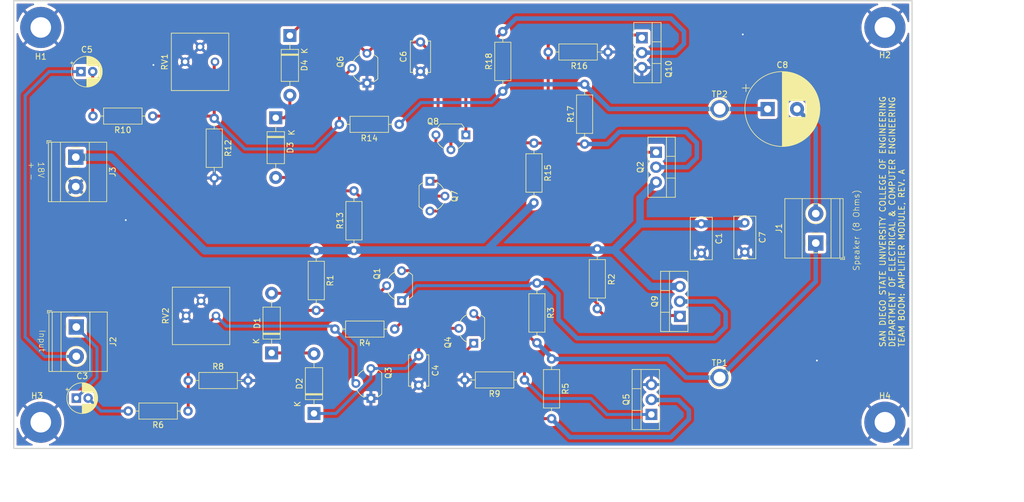
<source format=kicad_pcb>
(kicad_pcb (version 20240108) (generator "pcbnew") (generator_version "8.0")
  (title_block (title "Amplifier PCB") (date "2024-09-08") (rev "A") (company "Team BOOM"))
  (layers (0 "F.Cu" signal) (31 "B.Cu" signal) (34 "B.Paste" user) (35 "F.Paste" user) (36 "B.SilkS" user "B.Silkscreen") (37 "F.SilkS" user "F.Silkscreen") (38 "B.Mask" user) (39 "F.Mask" user) (44 "Edge.Cuts" user))
  (net 0 "")
  (net 1 "Net-(C8-Pad1)")
  (net 2 "Net-(Q10-C)")
  (net 3 "Net-(Q2-C)")
  (net 4 "GND")
  (net 5 "Net-(Q10-B)")
  (net 6 "Net-(D3-K)")
  (net 7 "/18V")
  (net 8 "Net-(D3-A)")
  (net 9 "Net-(C5-Pad2)")
  (net 10 "Net-(Q4-C)")
  (net 11 "Net-(D1-K)")
  (net 12 "Net-(C3-Pad2)")
  (net 13 "Net-(Q4-E)")
  (net 14 "Net-(D1-A)")
  (net 15 "Net-(Q1-C)")
  (net 16 "Net-(Q1-E)")
  (net 17 "Net-(Q2-B)")
  (net 18 "Net-(D4-K)")
  (net 19 "Net-(D2-K)")
  (net 20 "Net-(J2-Pin_2)")
  (net 21 "Net-(J2-Pin_1)")
  (net 22 "Net-(J1-Pin_2)")
  (net 23 "Net-(J1-Pin_1)")
  (net 24 "Net-(Q3-B)")
  (net 25 "Net-(Q6-B)")
  (footprint "Resistor_THT:R_Axial_DIN0207_L6.3mm_D2.5mm_P10.16mm_Horizontal" (layer "F.Cu") (at 68.12 127.265)
    (property "Reference" "R8" (at 5.08 -2.37 0) (layer "F.SilkS"))
    (property "Value" "1.3k")
    (pad "1" thru_hole circle (at 0 0) (size 1.6 1.6) (drill 0.8) (layers "*.Cu" "*.Mask") (net 24 "Net-(Q3-B)"))
    (pad "2" thru_hole oval (at 10.16 0) (size 1.6 1.6) (drill 0.8) (layers "*.Cu" "*.Mask") (net 4 "GND"))
  )
  (footprint "Resistor_THT:R_Axial_DIN0207_L6.3mm_D2.5mm_P10.16mm_Horizontal" (layer "F.Cu") (at 103.98 83.665 180)
    (property "Reference" "R14" (at 5.08 -2.37 180) (layer "F.SilkS"))
    (property "Value" "12k")
    (pad "1" thru_hole circle (at 0 0 180) (size 1.6 1.6) (drill 0.8) (layers "*.Cu" "*.Mask") (net 1 "Net-(C8-Pad1)"))
    (pad "2" thru_hole oval (at 10.16 0 180) (size 1.6 1.6) (drill 0.8) (layers "*.Cu" "*.Mask") (net 25 "Net-(Q6-B)"))
  )
  (footprint "TestPoint:TestPoint_Plated_Hole_D2.0mm" (layer "F.Cu") (at 158.4658 126.7648)
    (property "Reference" "TP1" (at 0 -2.498 0) (layer "F.SilkS"))
    (property "Value" "TestPoint")
    (pad "1" thru_hole circle (at 0 0) (size 3 3) (drill 2) (layers "*.Cu" "*.Mask") (net 23 "Net-(J1-Pin_1)"))
  )
  (footprint "Resistor_THT:R_Axial_DIN0207_L6.3mm_D2.5mm_P10.16mm_Horizontal" (layer "F.Cu") (at 72.5424 82.6516 -90)
    (property "Reference" "R12" (at 5.08 -2.37 -90) (layer "F.SilkS"))
    (property "Value" "1.3k")
    (pad "1" thru_hole circle (at 0 0 270) (size 1.6 1.6) (drill 0.8) (layers "*.Cu" "*.Mask") (net 25 "Net-(Q6-B)"))
    (pad "2" thru_hole oval (at 10.16 0 270) (size 1.6 1.6) (drill 0.8) (layers "*.Cu" "*.Mask") (net 4 "GND"))
  )
  (footprint "Capacitor_THT:C_Rect_L7.0mm_W3.5mm_P5.00mm" (layer "F.Cu") (at 155.3464 100.598001 -90)
    (property "Reference" "C1" (at 2.5 -3 -90) (layer "F.SilkS"))
    (property "Value" "0.22Uf")
    (pad "1" thru_hole circle (at 0 0 270) (size 1.6 1.6) (drill 0.8) (layers "*.Cu" "*.Mask") (net 7 "/18V"))
    (pad "2" thru_hole circle (at 5 0 270) (size 1.6 1.6) (drill 0.8) (layers "*.Cu" "*.Mask") (net 4 "GND"))
  )
  (footprint "MountingHole:MountingHole_3.5mm_Pad" (layer "F.Cu") (at 43.053 67.183)
    (property "Reference" "H1" (at 0 4.953 0) (layer "F.SilkS"))
    (property "Value" "MountingHole_Pad")
    (pad "1" thru_hole circle (at 0 0) (size 7 7) (drill 3.5) (layers "*.Cu" "*.Mask") (net 4 "GND"))
  )
  (footprint "MountingHole:MountingHole_3.5mm_Pad" (layer "F.Cu") (at 43.053 134.366)
    (property "Reference" "H3" (at -0.635 -4.5 0) (layer "F.SilkS"))
    (property "Value" "MountingHole_Pad")
    (pad "1" thru_hole circle (at 0 0) (size 7 7) (drill 3.5) (layers "*.Cu" "*.Mask") (net 4 "GND"))
  )
  (footprint "Resistor_THT:R_Axial_DIN0207_L6.3mm_D2.5mm_P10.16mm_Horizontal" (layer "F.Cu") (at 126.9 86.865 -90)
    (property "Reference" "R15" (at 5.08 -2.37 -90) (layer "F.SilkS"))
    (property "Value" "10k")
    (pad "1" thru_hole circle (at 0 0 270) (size 1.6 1.6) (drill 0.8) (layers "*.Cu" "*.Mask") (net 17 "Net-(Q2-B)"))
    (pad "2" thru_hole oval (at 10.16 0 270) (size 1.6 1.6) (drill 0.8) (layers "*.Cu" "*.Mask") (net 7 "/18V"))
  )
  (footprint "TerminalBlock_Phoenix:TerminalBlock_Phoenix_MKDS-1,5-2_1x02_P5.00mm_Horizontal" (layer "F.Cu") (at 49 89.265 -90)
    (property "Reference" "J3" (at 2.5 -6.26 90) (layer "F.SilkS"))
    (property "Value" "Power Input")
    (pad "1" thru_hole rect (at 0 0 270) (size 2.6 2.6) (drill 1.3) (layers "*.Cu" "*.Mask") (net 7 "/18V"))
    (pad "2" thru_hole circle (at 5 0 270) (size 2.6 2.6) (drill 1.3) (layers "*.Cu" "*.Mask") (net 4 "GND"))
  )
  (footprint "MountingHole:MountingHole_3.5mm_Pad" (layer "F.Cu") (at 186.563 134.366)
    (property "Reference" "H4" (at 0 -4.5 0) (layer "F.SilkS"))
    (property "Value" "MountingHole_Pad")
    (pad "1" thru_hole circle (at 0 0) (size 7 7) (drill 3.5) (layers "*.Cu" "*.Mask") (net 4 "GND"))
  )
  (footprint "MountingHole:MountingHole_3.5mm_Pad" (layer "F.Cu") (at 186.563 67.183)
    (property "Reference" "H2" (at 0 4.699 0) (layer "F.SilkS"))
    (property "Value" "MountingHole_Pad")
    (pad "1" thru_hole circle (at 0 0) (size 7 7) (drill 3.5) (layers "*.Cu" "*.Mask") (net 4 "GND"))
  )
  (footprint "Resistor_THT:R_Axial_DIN0207_L6.3mm_D2.5mm_P10.16mm_Horizontal" (layer "F.Cu") (at 127.4 110.685 -90)
    (property "Reference" "R3" (at 5.08 -2.37 -90) (layer "F.SilkS"))
    (property "Value" "0.22")
    (pad "1" thru_hole circle (at 0 0 270) (size 1.6 1.6) (drill 0.8) (layers "*.Cu" "*.Mask") (net 16 "Net-(Q1-E)"))
    (pad "2" thru_hole oval (at 10.16 0 270) (size 1.6 1.6) (drill 0.8) (layers "*.Cu" "*.Mask") (net 23 "Net-(J1-Pin_1)"))
  )
  (footprint "Capacitor_THT:CP_Radial_D5.0mm_P2.00mm" (layer "F.Cu") (at 49.1 130.265)
    (property "Reference" "C3" (at 1 -3.75 0) (layer "F.SilkS"))
    (property "Value" "1Uf")
    (pad "1" thru_hole rect (at 0 0) (size 1.6 1.6) (drill 0.8) (layers "*.Cu" "*.Mask") (net 21 "Net-(J2-Pin_1)"))
    (pad "2" thru_hole circle (at 2 0) (size 1.6 1.6) (drill 0.8) (layers "*.Cu" "*.Mask") (net 12 "Net-(C3-Pad2)"))
  )
  (footprint "Package_TO_SOT_THT:TO-220-3_Vertical" (layer "F.Cu") (at 151.7 116.345 90)
    (property "Reference" "Q9" (at 2.54 -4.27 90) (layer "F.SilkS"))
    (property "Value" "QD45H8G")
    (pad "1" thru_hole rect (at 0 0 90) (size 1.905 2) (drill 1.1) (layers "*.Cu" "*.Mask") (net 15 "Net-(Q1-C)"))
    (pad "2" thru_hole oval (at 2.54 0 90) (size 1.905 2) (drill 1.1) (layers "*.Cu" "*.Mask") (net 16 "Net-(Q1-E)"))
    (pad "3" thru_hole oval (at 5.08 0 90) (size 1.905 2) (drill 1.1) (layers "*.Cu" "*.Mask") (net 7 "/18V"))
  )
  (footprint "Resistor_THT:R_Axial_DIN0207_L6.3mm_D2.5mm_P10.16mm_Horizontal" (layer "F.Cu") (at 137.668 115.0366 90)
    (property "Reference" "R2" (at 4.9716 2.432 90) (layer "F.SilkS"))
    (property "Value" "10k")
    (pad "1" thru_hole circle (at 0 0 90) (size 1.6 1.6) (drill 0.8) (layers "*.Cu" "*.Mask") (net 15 "Net-(Q1-C)"))
    (pad "2" thru_hole oval (at 10.16 0 90) (size 1.6 1.6) (drill 0.8) (layers "*.Cu" "*.Mask") (net 7 "/18V"))
  )
  (footprint "Capacitor_THT:CP_Radial_D5.0mm_P2.00mm" (layer "F.Cu") (at 49.8808 74.6948)
    (property "Reference" "C5" (at 1 -3.75 0) (layer "F.SilkS"))
    (property "Value" "1Uf")
    (pad "1" thru_hole rect (at 0 0) (size 1.6 1.6) (drill 0.8) (layers "*.Cu" "*.Mask") (net 20 "Net-(J2-Pin_2)"))
    (pad "2" thru_hole circle (at 2 0) (size 1.6 1.6) (drill 0.8) (layers "*.Cu" "*.Mask") (net 9 "Net-(C5-Pad2)"))
  )
  (footprint "Package_TO_SOT_THT:TO-92_Wide" (layer "F.Cu") (at 98.5 76.665 90)
    (property "Reference" "Q6" (at 3.64 -4.52 90) (layer "F.SilkS"))
    (property "Value" "2N3904")
    (pad "1" thru_hole rect (at 0 0 90) (size 1.5 1.5) (drill 0.8) (layers "*.Cu" "*.Mask") (net 4 "GND"))
    (pad "2" thru_hole circle (at 2.54 -2.54 90) (size 1.5 1.5) (drill 0.8) (layers "*.Cu" "*.Mask") (net 25 "Net-(Q6-B)"))
    (pad "3" thru_hole circle (at 5.08 0 90) (size 1.5 1.5) (drill 0.8) (layers "*.Cu" "*.Mask") (net 18 "Net-(D4-K)"))
  )
  (footprint "Diode_THT:D_DO-41_SOD81_P10.16mm_Horizontal" (layer "F.Cu") (at 83 82.555 -90)
    (property "Reference" "D3" (at 5.08 -2.47 -90) (layer "F.SilkS"))
    (property "Value" "1N4148")
    (fp_text user "K" (at 2.51 -2.7 -90) (layer "F.SilkS"))
    (pad "1" thru_hole rect (at 0 0 270) (size 2.2 2.2) (drill 1.1) (layers "*.Cu" "*.Mask") (net 6 "Net-(D3-K)"))
    (pad "2" thru_hole oval (at 10.16 0 270) (size 2.2 2.2) (drill 1.1) (layers "*.Cu" "*.Mask") (net 8 "Net-(D3-A)"))
  )
  (footprint "Capacitor_THT:C_Disc_D5.1mm_W3.2mm_P5.00mm" (layer "F.Cu") (at 107.6 69.665 -90)
    (property "Reference" "C6" (at 2.5 2.9 -90) (layer "F.SilkS"))
    (property "Value" "1nF")
    (pad "1" thru_hole circle (at 0 0 270) (size 1.6 1.6) (drill 0.8) (layers "*.Cu" "*.Mask") (net 18 "Net-(D4-K)"))
    (pad "2" thru_hole circle (at 5 0 270) (size 1.6 1.6) (drill 0.8) (layers "*.Cu" "*.Mask") (net 4 "GND"))
  )
  (footprint "Resistor_THT:R_Axial_DIN0207_L6.3mm_D2.5mm_P10.16mm_Horizontal" (layer "F.Cu") (at 62.08 82.265 180)
    (property "Reference" "R10" (at 5.08 -2.37 180) (layer "F.SilkS"))
    (property "Value" "4.7k")
    (pad "1" thru_hole circle (at 0 0 180) (size 1.6 1.6) (drill 0.8) (layers "*.Cu" "*.Mask") (net 25 "Net-(Q6-B)"))
    (pad "2" thru_hole oval (at 10.16 0 180) (size 1.6 1.6) (drill 0.8) (layers "*.Cu" "*.Mask") (net 9 "Net-(C5-Pad2)"))
  )
  (footprint "Package_TO_SOT_THT:TO-220-3_Vertical" (layer "F.Cu") (at 146.8628 133.0452 90)
    (property "Reference" "Q5" (at 2.54 -4.27 90) (layer "F.SilkS"))
    (property "Value" "QD44H8G")
    (pad "1" thru_hole rect (at 0 0 90) (size 1.905 2) (drill 1.1) (layers "*.Cu" "*.Mask") (net 10 "Net-(Q4-C)"))
    (pad "2" thru_hole oval (at 2.54 0 90) (size 1.905 2) (drill 1.1) (layers "*.Cu" "*.Mask") (net 13 "Net-(Q4-E)"))
    (pad "3" thru_hole oval (at 5.08 0 90) (size 1.905 2) (drill 1.1) (layers "*.Cu" "*.Mask") (net 4 "GND"))
  )
  (footprint "Capacitor_THT:C_Disc_D5.1mm_W3.2mm_P5.00mm" (layer "F.Cu") (at 107.3 123.065 -90)
    (property "Reference" "C4" (at 2.5 -2.85 -90) (layer "F.SilkS"))
    (property "Value" "1nF")
    (pad "1" thru_hole circle (at 0 0 270) (size 1.6 1.6) (drill 0.8) (layers "*.Cu" "*.Mask") (net 19 "Net-(D2-K)"))
    (pad "2" thru_hole circle (at 5 0 270) (size 1.6 1.6) (drill 0.8) (layers "*.Cu" "*.Mask") (net 4 "GND"))
  )
  (footprint "Resistor_THT:R_Axial_DIN0207_L6.3mm_D2.5mm_P10.16mm_Horizontal" (layer "F.Cu") (at 68.08 132.465 180)
    (property "Reference" "R6" (at 5.08 -2.37 180) (layer "F.SilkS"))
    (property "Value" "4.7k")
    (pad "1" thru_hole circle (at 0 0 180) (size 1.6 1.6) (drill 0.8) (layers "*.Cu" "*.Mask") (net 24 "Net-(Q3-B)"))
    (pad "2" thru_hole oval (at 10.16 0 180) (size 1.6 1.6) (drill 0.8) (layers "*.Cu" "*.Mask") (net 12 "Net-(C3-Pad2)"))
  )
  (footprint "Package_TO_SOT_THT:TO-220-3_Vertical" (layer "F.Cu") (at 145.2372 68.9356 -90)
    (property "Reference" "Q10" (at 5.3294 -4.5628 90) (layer "F.SilkS"))
    (property "Value" "QD44H8G")
    (pad "1" thru_hole rect (at 0 0 270) (size 1.905 2) (drill 1.1) (layers "*.Cu" "*.Mask") (net 5 "Net-(Q10-B)"))
    (pad "2" thru_hole oval (at 2.54 0 270) (size 1.905 2) (drill 1.1) (layers "*.Cu" "*.Mask") (net 2 "Net-(Q10-C)"))
    (pad "3" thru_hole oval (at 5.08 0 270) (size 1.905 2) (drill 1.1) (layers "*.Cu" "*.Mask") (net 4 "GND"))
  )
  (footprint "Potentiometer_THT:Potentiometer_Bourns_3386P_Vertical" (layer "F.Cu") (at 72.6694 73.025 90)
    (property "Reference" "RV1" (at -0.015 -8.555 90) (layer "F.SilkS"))
    (property "Value" "R_Potentiometer")
    (pad "1" thru_hole circle (at 0 0 90) (size 1.44 1.44) (drill 0.8) (layers "*.Cu" "*.Mask") (net 25 "Net-(Q6-B)"))
    (pad "2" thru_hole circle (at 2.54 -2.54 90) (size 1.44 1.44) (drill 0.8) (layers "*.Cu" "*.Mask") (net 4 "GND"))
    (pad "3" thru_hole circle (at 0 -5.08 90) (size 1.44 1.44) (drill 0.8) (layers "*.Cu" "*.Mask") (net 4 "GND"))
  )
  (footprint "Capacitor_THT:C_Rect_L7.0mm_W3.5mm_P5.00mm" (layer "F.Cu") (at 162.7456 100.418201 -90)
    (property "Reference" "C7" (at 2.5 -3 -90) (layer "F.SilkS"))
    (property "Value" "0.22Uf")
    (pad "1" thru_hole circle (at 0 0 270) (size 1.6 1.6) (drill 0.8) (layers "*.Cu" "*.Mask") (net 7 "/18V"))
    (pad "2" thru_hole circle (at 5 0 270) (size 1.6 1.6) (drill 0.8) (layers "*.Cu" "*.Mask") (net 4 "GND"))
  )
  (footprint "Resistor_THT:R_Axial_DIN0207_L6.3mm_D2.5mm_P10.16mm_Horizontal" (layer "F.Cu") (at 129.32 71.365)
    (property "Reference" "R16" (at 5.2746 2.3712 0) (layer "F.SilkS"))
    (property "Value" "10k")
    (pad "1" thru_hole circle (at 0 0) (size 1.6 1.6) (drill 0.8) (layers "*.Cu" "*.Mask") (net 5 "Net-(Q10-B)"))
    (pad "2" thru_hole oval (at 10.16 0) (size 1.6 1.6) (drill 0.8) (layers "*.Cu" "*.Mask") (net 4 "GND"))
  )
  (footprint "Diode_THT:D_DO-41_SOD81_P10.16mm_Horizontal" (layer "F.Cu") (at 82.3 122.575 90)
    (property "Reference" "D1" (at 5.08 -2.47 90) (layer "F.SilkS"))
    (property "Value" "1N4148")
    (fp_text user "K" (at 2.01 -2.6 90) (layer "F.SilkS"))
    (pad "1" thru_hole rect (at 0 0 90) (size 2.2 2.2) (drill 1.1) (layers "*.Cu" "*.Mask") (net 11 "Net-(D1-K)"))
    (pad "2" thru_hole oval (at 10.16 0 90) (size 2.2 2.2) (drill 1.1) (layers "*.Cu" "*.Mask") (net 14 "Net-(D1-A)"))
  )
  (footprint "Resistor_THT:R_Axial_DIN0207_L6.3mm_D2.5mm_P10.16mm_Horizontal" (layer "F.Cu") (at 125.28 127.165 180)
    (property "Reference" "R9" (at 5.08 -2.37 180) (layer "F.SilkS"))
    (property "Value" "10k")
    (pad "1" thru_hole circle (at 0 0 180) (size 1.6 1.6) (drill 0.8) (layers "*.Cu" "*.Mask") (net 10 "Net-(Q4-C)"))
    (pad "2" thru_hole oval (at 10.16 0 180) (size 1.6 1.6) (drill 0.8) (layers "*.Cu" "*.Mask") (net 4 "GND"))
  )
  (footprint "TerminalBlock_Phoenix:TerminalBlock_Phoenix_MKDS-1,5-2_1x02_P5.00mm_Horizontal" (layer "F.Cu") (at 174.805 103.865 90)
    (property "Reference" "J1" (at 2.5 -6.26 90) (layer "F.SilkS"))
    (property "Value" "Speaker")
    (pad "1" thru_hole rect (at 0 0 90) (size 2.6 2.6) (drill 1.3) (layers "*.Cu" "*.Mask") (net 23 "Net-(J1-Pin_1)"))
    (pad "2" thru_hole circle (at 5 0 90) (size 2.6 2.6) (drill 1.3) (layers "*.Cu" "*.Mask") (net 22 "Net-(J1-Pin_2)"))
  )
  (footprint "Package_TO_SOT_THT:TO-92_Wide" (layer "F.Cu") (at 115.316 85.463 180)
    (property "Reference" "Q8" (at 5.588 2.278 0) (layer "F.SilkS"))
    (property "Value" "2N3906")
    (pad "1" thru_hole rect (at 0 0 180) (size 1.5 1.5) (drill 0.8) (layers "*.Cu" "*.Mask") (net 2 "Net-(Q10-C)"))
    (pad "2" thru_hole circle (at 2.54 -2.54 180) (size 1.5 1.5) (drill 0.8) (layers "*.Cu" "*.Mask") (net 18 "Net-(D4-K)"))
    (pad "3" thru_hole circle (at 5.08 0 180) (size 1.5 1.5) (drill 0.8) (layers "*.Cu" "*.Mask") (net 5 "Net-(Q10-B)"))
  )
  (footprint "Resistor_THT:R_Axial_DIN0207_L6.3mm_D2.5mm_P10.16mm_Horizontal" (layer "F.Cu") (at 121.6 78.045 90)
    (property "Reference" "R18" (at 5.08 -2.37 90) (layer "F.SilkS"))
    (property "Value" "0.22")
    (pad "1" thru_hole circle (at 0 0 90) (size 1.6 1.6) (drill 0.8) (layers "*.Cu" "*.Mask") (net 1 "Net-(C8-Pad1)"))
    (pad "2" thru_hole oval (at 10.16 0 90) (size 1.6 1.6) (drill 0.8) (layers "*.Cu" "*.Mask") (net 2 "Net-(Q10-C)"))
  )
  (footprint "Potentiometer_THT:Potentiometer_Bourns_3386P_Vertical" (layer "F.Cu") (at 72.84 116.25 90)
    (property "Reference" "RV2" (at -0.015 -8.555 90) (layer "F.SilkS"))
    (property "Value" "R_Potentiometer")
    (pad "1" thru_hole circle (at 0 0 90) (size 1.44 1.44) (drill 0.8) (layers "*.Cu" "*.Mask") (net 24 "Net-(Q3-B)"))
    (pad "2" thru_hole circle (at 2.54 -2.54 90) (size 1.44 1.44) (drill 0.8) (layers "*.Cu" "*.Mask") (net 4 "GND"))
    (pad "3" thru_hole circle (at 0 -5.08 90) (size 1.44 1.44) (drill 0.8) (layers "*.Cu" "*.Mask") (net 4 "GND"))
  )
  (footprint "Package_TO_SOT_THT:TO-92_Wide" (layer "F.Cu") (at 104.402 113.665 90)
    (property "Reference" "Q1" (at 4.572 -4.19 90) (layer "F.SilkS"))
    (property "Value" "2N3904")
    (pad "1" thru_hole rect (at 0 0 90) (size 1.5 1.5) (drill 0.8) (layers "*.Cu" "*.Mask") (net 16 "Net-(Q1-E)"))
    (pad "2" thru_hole circle (at 2.54 -2.54 90) (size 1.5 1.5) (drill 0.8) (layers "*.Cu" "*.Mask") (net 14 "Net-(D1-A)"))
    (pad "3" thru_hole circle (at 5.08 0 90) (size 1.5 1.5) (drill 0.8) (layers "*.Cu" "*.Mask") (net 15 "Net-(Q1-C)"))
  )
  (footprint "Resistor_THT:R_Axial_DIN0207_L6.3mm_D2.5mm_P10.16mm_Horizontal" (layer "F.Cu") (at 135.509 87.0204 90)
    (property "Reference" "R17" (at 5.08 -2.37 90) (layer "F.SilkS"))
    (property "Value" "0.22")
    (pad "1" thru_hole circle (at 0 0 90) (size 1.6 1.6) (drill 0.8) (layers "*.Cu" "*.Mask") (net 3 "Net-(Q2-C)"))
    (pad "2" thru_hole oval (at 10.16 0 90) (size 1.6 1.6) (drill 0.8) (layers "*.Cu" "*.Mask") (net 1 "Net-(C8-Pad1)"))
  )
  (footprint "TestPoint:TestPoint_Plated_Hole_D2.0mm" (layer "F.Cu") (at 158.4658 81.0448)
    (property "Reference" "TP2" (at 0 -2.498 0) (layer "F.SilkS"))
    (property "Value" "TestPoint")
    (pad "1" thru_hole circle (at 0 0) (size 3 3) (drill 2) (layers "*.Cu" "*.Mask") (net 1 "Net-(C8-Pad1)"))
  )
  (footprint "Resistor_THT:R_Axial_DIN0207_L6.3mm_D2.5mm_P10.16mm_Horizontal" (layer "F.Cu") (at 89.8858 105.1748 -90)
    (property "Reference" "R1" (at 5.08 -2.37 -90) (layer "F.SilkS"))
    (property "Value" "4.7k")
    (pad "1" thru_hole circle (at 0 0 270) (size 1.6 1.6) (drill 0.8) (layers "*.Cu" "*.Mask") (net 7 "/18V"))
    (pad "2" thru_hole oval (at 10.16 0 270) (size 1.6 1.6) (drill 0.8) (layers "*.Cu" "*.Mask") (net 14 "Net-(D1-A)"))
  )
  (footprint "Package_TO_SOT_THT:TO-92_Wide" (layer "F.Cu") (at 109.22 93.345 -90)
    (property "Reference" "Q7" (at 2.55 -4.19 -90) (layer "F.SilkS"))
    (property "Value" "2N3904")
    (pad "1" thru_hole rect (at 0 0 270) (size 1.5 1.5) (drill 0.8) (layers "*.Cu" "*.Mask") (net 3 "Net-(Q2-C)"))
    (pad "2" thru_hole circle (at 2.54 -2.54 270) (size 1.5 1.5) (drill 0.8) (layers "*.Cu" "*.Mask") (net 8 "Net-(D3-A)"))
    (pad "3" thru_hole circle (at 5.08 0 270) (size 1.5 1.5) (drill 0.8) (layers "*.Cu" "*.Mask") (net 17 "Net-(Q2-B)"))
  )
  (footprint "TerminalBlock_Phoenix:TerminalBlock_Phoenix_MKDS-1,5-2_1x02_P5.00mm_Horizontal" (layer "F.Cu") (at 49.095 118.165 -90)
    (property "Reference" "J2" (at 2.5 -6.26 90) (layer "F.SilkS"))
    (property "Value" "Input Terminals")
    (pad "1" thru_hole rect (at 0 0 270) (size 2.6 2.6) (drill 1.3) (layers "*.Cu" "*.Mask") (net 21 "Net-(J2-Pin_1)"))
    (pad "2" thru_hole circle (at 5 0 270) (size 2.6 2.6) (drill 1.3) (layers "*.Cu" "*.Mask") (net 20 "Net-(J2-Pin_2)"))
  )
  (footprint "Diode_THT:D_DO-41_SOD81_P10.16mm_Horizontal" (layer "F.Cu") (at 85.4 68.555 -90)
    (property "Reference" "D4" (at 5.08 -2.47 -90) (layer "F.SilkS"))
    (property "Value" "1N4148")
    (fp_text user "K" (at 2.61 -2.5 -90) (layer "F.SilkS"))
    (pad "1" thru_hole rect (at 0 0 270) (size 2.2 2.2) (drill 1.1) (layers "*.Cu" "*.Mask") (net 18 "Net-(D4-K)"))
    (pad "2" thru_hole oval (at 10.16 0 270) (size 2.2 2.2) (drill 1.1) (layers "*.Cu" "*.Mask") (net 6 "Net-(D3-K)"))
  )
  (footprint "Package_TO_SOT_THT:TO-92_Wide" (layer "F.Cu") (at 99.17 130.305 90)
    (property "Reference" "Q3" (at 4.332 2.988 90) (layer "F.SilkS"))
    (property "Value" "2N3904")
    (pad "1" thru_hole rect (at 0 0 90) (size 1.5 1.5) (drill 0.8) (layers "*.Cu" "*.Mask") (net 4 "GND"))
    (pad "2" thru_hole circle (at 2.54 -2.54 90) (size 1.5 1.5) (drill 0.8) (layers "*.Cu" "*.Mask") (net 24 "Net-(Q3-B)"))
    (pad "3" thru_hole circle (at 5.08 0 90) (size 1.5 1.5) (drill 0.8) (layers "*.Cu" "*.Mask") (net 19 "Net-(D2-K)"))
  )
  (footprint "Capacitor_THT:CP_Radial_D12.5mm_P5.00mm" (layer "F.Cu") (at 166.626041 81.065)
    (property "Reference" "C8" (at 2.5 -7.5 0) (layer "F.SilkS"))
    (property "Value" "1000uF")
    (pad "1" thru_hole rect (at 0 0) (size 2.4 2.4) (drill 1.2) (layers "*.Cu" "*.Mask") (net 1 "Net-(C8-Pad1)"))
    (pad "2" thru_hole circle (at 5 0) (size 2.4 2.4) (drill 1.2) (layers "*.Cu" "*.Mask") (net 22 "Net-(J1-Pin_2)"))
  )
  (footprint "Package_TO_SOT_THT:TO-92_Wide" (layer "F.Cu") (at 116.66 120.935 90)
    (property "Reference" "Q4" (at 0.158 -4.392 90) (layer "F.SilkS"))
    (property "Value" "2N3906")
    (pad "1" thru_hole rect (at 0 0 90) (size 1.5 1.5) (drill 0.8) (layers "*.Cu" "*.Mask") (net 13 "Net-(Q4-E)"))
    (pad "2" thru_hole circle (at 2.54 -2.54 90) (size 1.5 1.5) (drill 0.8) (layers "*.Cu" "*.Mask") (net 19 "Net-(D2-K)"))
    (pad "3" thru_hole circle (at 5.08 0 90) (size 1.5 1.5) (drill 0.8) (layers "*.Cu" "*.Mask") (net 10 "Net-(Q4-C)"))
  )
  (footprint "Resistor_THT:R_Axial_DIN0207_L6.3mm_D2.5mm_P10.16mm_Horizontal" (layer "F.Cu") (at 96.2914 105.156 90)
    (property "Reference" "R13" (at 5.08 -2.37 90) (layer "F.SilkS"))
    (property "Value" "4.7k")
    (pad "1" thru_hole circle (at 0 0 90) (size 1.6 1.6) (drill 0.8) (layers "*.Cu" "*.Mask") (net 7 "/18V"))
    (pad "2" thru_hole oval (at 10.16 0 90) (size 1.6 1.6) (drill 0.8) (layers "*.Cu" "*.Mask") (net 8 "Net-(D3-A)"))
  )
  (footprint "Resistor_THT:R_Axial_DIN0207_L6.3mm_D2.5mm_P10.16mm_Horizontal" (layer "F.Cu") (at 129.8908 123.5898 -90)
    (property "Reference" "R5" (at 5.08 -2.37 -90) (layer "F.SilkS"))
    (property "Value" "0.22")
    (pad "1" thru_hole circle (at 0 0 270) (size 1.6 1.6) (drill 0.8) (layers "*.Cu" "*.Mask") (net 23 "Net-(J1-Pin_1)"))
    (pad "2" thru_hole oval (at 10.16 0 270) (size 1.6 1.6) (drill 0.8) (layers "*.Cu" "*.Mask") (net 13 "Net-(Q4-E)"))
  )
  (footprint "Resistor_THT:R_Axial_DIN0207_L6.3mm_D2.5mm_P10.16mm_Horizontal" (layer "F.Cu") (at 103.2208 118.5098 180)
    (property "Reference" "R4" (at 5.08 -2.37 180) (layer "F.SilkS"))
    (property "Value" "12k")
    (pad "1" thru_hole circle (at 0 0 180) (size 1.6 1.6) (drill 0.8) (layers "*.Cu" "*.Mask") (net 23 "Net-(J1-Pin_1)"))
    (pad "2" thru_hole oval (at 10.16 0 180) (size 1.6 1.6) (drill 0.8) (layers "*.Cu" "*.Mask") (net 24 "Net-(Q3-B)"))
  )
  (footprint "Diode_THT:D_DO-41_SOD81_P10.16mm_Horizontal" (layer "F.Cu") (at 89.5 132.875 90)
    (property "Reference" "D2" (at 5.08 -2.47 90) (layer "F.SilkS"))
    (property "Value" "1N4148")
    (fp_text user "K" (at 1.61 -2.8 90) (layer "F.SilkS"))
    (pad "1" thru_hole rect (at 0 0 90) (size 2.2 2.2) (drill 1.1) (layers "*.Cu" "*.Mask") (net 19 "Net-(D2-K)"))
    (pad "2" thru_hole oval (at 10.16 0 90) (size 2.2 2.2) (drill 1.1) (layers "*.Cu" "*.Mask") (net 11 "Net-(D1-K)"))
  )
  (footprint "Package_TO_SOT_THT:TO-220-3_Vertical" (layer "F.Cu") (at 147.655 88.425 -90)
    (property "Reference" "Q2" (at 2.54 2.655 90) (layer "F.SilkS"))
    (property "Value" "QD45H8G")
    (pad "1" thru_hole rect (at 0 0 270) (size 1.905 2) (drill 1.1) (layers "*.Cu" "*.Mask") (net 17 "Net-(Q2-B)"))
    (pad "2" thru_hole oval (at 2.54 0 270) (size 1.905 2) (drill 1.1) (layers "*.Cu" "*.Mask") (net 3 "Net-(Q2-C)"))
    (pad "3" thru_hole oval (at 5.08 0 270) (size 1.905 2) (drill 1.1) (layers "*.Cu" "*.Mask") (net 7 "/18V"))
  )
  (gr_rect (start 38.4508 62.6298) (end 191.1808 138.8298) (stroke (width 0.2)) (fill none) (layer "Edge.Cuts"))
  (gr_text "SAN DIEGO STATE UNIVERSITY COLLEGE OF ENGINEERING\nDEPARTMENT OF ELECTRICAL & COMPUTER ENGINEERING\nTEAM BOOM: AMPLIFIER MODULE, REV. A" (at 189.992 121.666 90) (layer "F.SilkS") (effects (font (size 1 1)) (justify left bottom)))
  (gr_text "18V\n+ -" (at 40.9 89.965 270) (layer "F.SilkS") (effects (font (size 1 1) (thickness 0.1)) (justify left bottom)))
  (gr_text "Speaker (8 Ohms)" (at 182.3 108.665 90) (layer "F.SilkS") (effects (font (size 1 1) (thickness 0.1)) (justify left bottom)))
  (gr_text "Input" (at 42.7 118.565 -90) (layer "F.SilkS") (effects (font (size 1 1) (thickness 0.1)) (justify left bottom)))
  (segment (start 166.626041 81.065) (end 158.486 81.065) (width 0.762) (layer "B.Cu") (net 1))
  (segment (start 139.7 81.0514) (end 135.509 76.8604) (width 0.762) (layer "B.Cu") (net 1))
  (segment (start 119.68 79.965) (end 107.68 79.965) (width 0.508) (layer "B.Cu") (net 1))
  (segment (start 122.7846 76.8604) (end 121.6 78.045) (width 0.762) (layer "B.Cu") (net 1))
  (segment (start 158.4724 81.0514) (end 139.7 81.0514) (width 0.762) (layer "B.Cu") (net 1))
  (segment (start 121.6 78.045) (end 119.68 79.965) (width 0.508) (layer "B.Cu") (net 1))
  (segment (start 158.486 81.065) (end 158.4724 81.0514) (width 0.2) (layer "B.Cu") (net 1))
  (segment (start 107.68 79.965) (end 103.98 83.665) (width 0.508) (layer "B.Cu") (net 1))
  (segment (start 158.486 81.065) (end 158.4658 81.0448) (width 0.2) (layer "B.Cu") (net 1))
  (segment (start 135.509 76.8604) (end 122.7846 76.8604) (width 0.762) (layer "B.Cu") (net 1))
  (segment (start 115.316 74.169) (end 115.316 85.463) (width 0.508) (layer "F.Cu") (net 2))
  (segment (start 121.6 67.885) (end 115.316 74.169) (width 0.508) (layer "F.Cu") (net 2))
  (segment (start 145.2372 71.4756) (end 150.8894 71.4756) (width 0.762) (layer "B.Cu") (net 2))
  (segment (start 152.4 69.965) (end 152.4 67.865) (width 0.762) (layer "B.Cu") (net 2))
  (segment (start 152.4 67.865) (end 150.2 65.665) (width 0.762) (layer "B.Cu") (net 2))
  (segment (start 123.82 65.665) (end 121.6 67.885) (width 0.762) (layer "B.Cu") (net 2))
  (segment (start 150.8894 71.4756) (end 152.4 69.965) (width 0.762) (layer "B.Cu") (net 2))
  (segment (start 150.2 65.665) (end 123.82 65.665) (width 0.762) (layer "B.Cu") (net 2))
  (segment (start 124.9172 83.2358) (end 129.4384 83.2358) (width 0.508) (layer "F.Cu") (net 3))
  (segment (start 109.22 93.345) (end 114.808 93.345) (width 0.508) (layer "F.Cu") (net 3))
  (segment (start 129.4384 83.2358) (end 133.223 87.0204) (width 0.508) (layer "F.Cu") (net 3))
  (segment (start 114.808 93.345) (end 124.9172 83.2358) (width 0.508) (layer "F.Cu") (net 3))
  (segment (start 133.223 87.0204) (end 135.509 87.0204) (width 0.508) (layer "F.Cu") (net 3))
  (segment (start 152.7068 84.965) (end 154.5844 86.8426) (width 0.762) (layer "B.Cu") (net 3))
  (segment (start 141.4252 84.965) (end 152.7068 84.965) (width 0.762) (layer "B.Cu") (net 3))
  (segment (start 154.5844 89.3572) (end 152.9766 90.965) (width 0.762) (layer "B.Cu") (net 3))
  (segment (start 154.5844 86.8426) (end 154.5844 89.3572) (width 0.762) (layer "B.Cu") (net 3))
  (segment (start 135.509 87.0204) (end 139.3698 87.0204) (width 0.762) (layer "B.Cu") (net 3))
  (segment (start 152.9766 90.965) (end 147.655 90.965) (width 0.762) (layer "B.Cu") (net 3))
  (segment (start 139.3698 87.0204) (end 141.4252 84.965) (width 0.762) (layer "B.Cu") (net 3))
  (via (at 62.2 73.565) (size 0.6) (drill 0.3) (layers "F.Cu" "B.Cu") (net 4))
  (via (at 175 123.865) (size 0.6) (drill 0.3) (layers "F.Cu" "B.Cu") (net 4))
  (via (at 162.4 68.365) (size 0.6) (drill 0.3) (layers "F.Cu" "B.Cu") (net 4))
  (via (at 57.5 99.965) (size 0.6) (drill 0.3) (layers "F.Cu" "B.Cu") (net 4))
  (segment (start 110.236 88.773) (end 110.236 85.463) (width 0.508) (layer "F.Cu") (net 5))
  (segment (start 114.168 90.297) (end 111.76 90.297) (width 0.508) (layer "F.Cu") (net 5))
  (segment (start 144.7666 68.465) (end 131 68.465) (width 0.508) (layer "F.Cu") (net 5))
  (segment (start 129.32 78.145) (end 126.4 81.065) (width 0.508) (layer "F.Cu") (net 5))
  (segment (start 131 68.465) (end 129.32 70.145) (width 0.508) (layer "F.Cu") (net 5))
  (segment (start 129.32 71.365) (end 129.32 78.145) (width 0.508) (layer "F.Cu") (net 5))
  (segment (start 129.32 70.145) (end 129.32 71.365) (width 0.508) (layer "F.Cu") (net 5))
  (segment (start 111.76 90.297) (end 110.236 88.773) (width 0.508) (layer "F.Cu") (net 5))
  (segment (start 145.2372 68.9356) (end 144.7666 68.465) (width 0.508) (layer "F.Cu") (net 5))
  (segment (start 126.4 81.065) (end 123.4 81.065) (width 0.508) (layer "F.Cu") (net 5))
  (segment (start 123.4 81.065) (end 114.168 90.297) (width 0.508) (layer "F.Cu") (net 5))
  (segment (start 84.45 82.555) (end 85.4 81.605) (width 0.508) (layer "F.Cu") (net 6))
  (segment (start 83 82.555) (end 84.45 82.555) (width 0.508) (layer "F.Cu") (net 6))
  (segment (start 85.4 81.605) (end 85.4 78.715) (width 0.508) (layer "F.Cu") (net 6))
  (segment (start 96.3824 105.065) (end 117.809 105.065) (width 1.27) (layer "B.Cu") (net 7))
  (segment (start 126.9 97.025) (end 118.86 105.065) (width 1.27) (layer "B.Cu") (net 7))
  (segment (start 137.8564 105.065) (end 140.4768 105.065) (width 1.27) (layer "B.Cu") (net 7))
  (segment (start 155.3464 100.598001) (end 162.5658 100.598001) (width 1.27) (layer "B.Cu") (net 7))
  (segment (start 146.7 111.265) (end 140.5 105.065) (width 1.27) (layer "B.Cu") (net 7))
  (segment (start 89.9046 105.156) (end 96.2914 105.156) (width 1.27) (layer "B.Cu") (net 7))
  (segment (start 140.5 105.065) (end 137.8564 105.065) (width 1.27) (layer "B.Cu") (net 7))
  (segment (start 137.4796 105.065) (end 137.668 104.8766) (width 1.27) (layer "B.Cu") (net 7))
  (segment (start 70.9098 105.1748) (end 55 89.265) (width 1.27) (layer "B.Cu") (net 7))
  (segment (start 126.9 97.6138) (end 126.9 97.025) (width 0.762) (layer "B.Cu") (net 7))
  (segment (start 89.8858 105.1748) (end 70.9098 105.1748) (width 1.27) (layer "B.Cu") (net 7))
  (segment (start 137.668 104.8766) (end 137.8564 105.065) (width 1.27) (layer "B.Cu") (net 7))
  (segment (start 117.991 105.065) (end 137.4796 105.065) (width 1.27) (layer "B.Cu") (net 7))
  (segment (start 151.7 111.265) (end 146.7 111.265) (width 1.27) (layer "B.Cu") (net 7))
  (segment (start 89.8672 105.1934) (end 89.9046 105.156) (width 0.762) (layer "B.Cu") (net 7))
  (segment (start 144.9324 96.2276) (end 147.655 93.505) (width 1.27) (layer "B.Cu") (net 7))
  (segment (start 118.86 105.065) (end 117.991 105.065) (width 0.762) (layer "B.Cu") (net 7))
  (segment (start 89.8672 105.1934) (end 89.8858 105.1748) (width 0.762) (layer "B.Cu") (net 7))
  (segment (start 144.9324 100.6094) (end 155.335001 100.6094) (width 1.27) (layer "B.Cu") (net 7))
  (segment (start 162.5658 100.598001) (end 162.7456 100.418201) (width 0.2) (layer "B.Cu") (net 7))
  (segment (start 96.2914 105.156) (end 96.3824 105.065) (width 1.27) (layer "B.Cu") (net 7))
  (segment (start 155.335001 100.6094) (end 155.3464 100.598001) (width 0.762) (layer "B.Cu") (net 7))
  (segment (start 140.4768 105.065) (end 144.9324 100.6094) (width 1.27) (layer "B.Cu") (net 7))
  (segment (start 55 89.265) (end 49 89.265) (width 1.27) (layer "B.Cu") (net 7))
  (segment (start 144.9324 100.6094) (end 144.9324 96.2276) (width 1.27) (layer "B.Cu") (net 7))
  (segment (start 96.2914 94.996) (end 91.567 94.996) (width 0.508) (layer "F.Cu") (net 8))
  (segment (start 111.76 95.885) (end 97.1804 95.885) (width 0.508) (layer "F.Cu") (net 8))
  (segment (start 97.1804 95.885) (end 96.2914 94.996) (width 0.508) (layer "F.Cu") (net 8))
  (segment (start 91.567 94.996) (end 89.286 92.715) (width 0.508) (layer "F.Cu") (net 8))
  (segment (start 89.286 92.715) (end 83 92.715) (width 0.508) (layer "F.Cu") (net 8))
  (segment (start 51.8808 82.2042) (end 51.82 82.265) (width 0.508) (layer "F.Cu") (net 9))
  (segment (start 51.8808 74.6948) (end 51.8808 82.2258) (width 0.508) (layer "F.Cu") (net 9))
  (segment (start 51.8808 82.2258) (end 51.92 82.265) (width 0.508) (layer "F.Cu") (net 9))
  (segment (start 51.9 74.714) (end 51.8808 74.6948) (width 0.508) (layer "F.Cu") (net 9))
  (segment (start 116.99 115.855) (end 116.66 115.855) (width 0.508) (layer "F.Cu") (net 10))
  (segment (start 125.28 127.165) (end 125.28 124.475) (width 0.508) (layer "F.Cu") (net 10))
  (segment (start 125.28 124.475) (end 116.66 115.855) (width 0.508) (layer "F.Cu") (net 10))
  (segment (start 139.2936 133.0452) (end 136.5758 130.3274) (width 0.508) (layer "B.Cu") (net 10))
  (segment (start 126.7714 128.651) (end 126.766 128.651) (width 0.2) (layer "B.Cu") (net 10))
  (segment (start 146.8628 133.0452) (end 139.2936 133.0452) (width 0.508) (layer "B.Cu") (net 10))
  (segment (start 128.4478 130.3274) (end 126.7714 128.651) (width 0.508) (layer "B.Cu") (net 10))
  (segment (start 126.766 128.651) (end 125.28 127.165) (width 0.508) (layer "B.Cu") (net 10))
  (segment (start 136.5758 130.3274) (end 128.4478 130.3274) (width 0.508) (layer "B.Cu") (net 10))
  (segment (start 82.2292 122.5042) (end 82.3 122.575) (width 0.508) (layer "F.Cu") (net 11))
  (segment (start 82.3 122.575) (end 89.36 122.575) (width 0.508) (layer "F.Cu") (net 11))
  (segment (start 89.5 122.715) (end 89.5 122.0706) (width 0.508) (layer "F.Cu") (net 11))
  (segment (start 89.36 122.575) (end 89.5 122.715) (width 0.508) (layer "F.Cu") (net 11))
  (segment (start 51.1 130.265) (end 53.3 132.465) (width 0.508) (layer "B.Cu") (net 12))
  (segment (start 53.3 132.465) (end 57.92 132.465) (width 0.508) (layer "B.Cu") (net 12))
  (segment (start 112.5 132.365) (end 113.8848 133.7498) (width 0.508) (layer "F.Cu") (net 13))
  (segment (start 112.5 125.095) (end 112.5 132.365) (width 0.508) (layer "F.Cu") (net 13))
  (segment (start 112.5 125.095) (end 116.66 120.935) (width 0.508) (layer "F.Cu") (net 13))
  (segment (start 113.8848 133.7498) (end 129.8908 133.7498) (width 0.508) (layer "F.Cu") (net 13))
  (segment (start 151.4602 130.5814) (end 146.939 130.5814) (width 0.762) (layer "B.Cu") (net 13))
  (segment (start 129.8842 133.7564) (end 133.0338 136.906) (width 0.762) (layer "B.Cu") (net 13))
  (segment (start 129.8842 133.7564) (end 129.8908 133.7498) (width 0.2) (layer "B.Cu") (net 13))
  (segment (start 153.2382 132.3594) (end 151.4602 130.5814) (width 0.762) (layer "B.Cu") (net 13))
  (segment (start 153.2382 133.8326) (end 153.2382 132.3594) (width 0.762) (layer "B.Cu") (net 13))
  (segment (start 133.0338 136.906) (end 150.1648 136.906) (width 0.762) (layer "B.Cu") (net 13))
  (segment (start 146.939 130.5814) (end 146.8628 130.5052) (width 0.2) (layer "B.Cu") (net 13))
  (segment (start 150.1648 136.906) (end 153.2382 133.8326) (width 0.762) (layer "B.Cu") (net 13))
  (segment (start 89.8858 115.3348) (end 97.6522 115.3348) (width 0.508) (layer "F.Cu") (net 14))
  (segment (start 84.55 112.415) (end 82.3 112.415) (width 0.508) (layer "F.Cu") (net 14))
  (segment (start 89.8858 115.3348) (end 87.4698 115.3348) (width 0.508) (layer "F.Cu") (net 14))
  (segment (start 97.6522 115.3348) (end 101.862 111.125) (width 0.508) (layer "F.Cu") (net 14))
  (segment (start 87.4698 115.3348) (end 84.55 112.415) (width 0.508) (layer "F.Cu") (net 14))
  (segment (start 151.687 116.332) (end 151.7 116.345) (width 0.508) (layer "F.Cu") (net 15))
  (segment (start 132.08 108.585) (end 137.668 114.173) (width 0.508) (layer "F.Cu") (net 15))
  (segment (start 151.56 116.205) (end 151.7 116.345) (width 0.508) (layer "F.Cu") (net 15))
  (segment (start 137.668 115.0366) (end 138.8364 116.205) (width 0.508) (layer "F.Cu") (net 15))
  (segment (start 137.668 114.173) (end 137.668 115.0366) (width 0.508) (layer "F.Cu") (net 15))
  (segment (start 138.8364 116.205) (end 151.56 116.205) (width 0.508) (layer "F.Cu") (net 15))
  (segment (start 104.402 108.585) (end 132.08 108.585) (width 0.508) (layer "F.Cu") (net 15))
  (segment (start 151.7124 113.8174) (end 151.7 113.805) (width 0.508) (layer "F.Cu") (net 16))
  (segment (start 127.1886 110.8964) (end 127.4 110.685) (width 0.508) (layer "F.Cu") (net 16))
  (segment (start 131.064 116.929) (end 134.2 120.065) (width 0.762) (layer "B.Cu") (net 16))
  (segment (start 159.4866 115.6716) (end 157.6324 113.8174) (width 0.762) (layer "B.Cu") (net 16))
  (segment (start 157.5824 120.065) (end 159.4866 118.1608) (width 0.762) (layer "B.Cu") (net 16))
  (segment (start 134.2 120.065) (end 157.5824 120.065) (width 0.762) (layer "B.Cu") (net 16))
  (segment (start 127.4 110.685) (end 129.2016 110.685) (width 0.762) (layer "B.Cu") (net 16))
  (segment (start 127.4 110.685) (end 126.424 110.685) (width 0.508) (layer "B.Cu") (net 16))
  (segment (start 131.064 112.5474) (end 131.064 116.929) (width 0.762) (layer "B.Cu") (net 16))
  (segment (start 125.984 111.125) (end 106.942 111.125) (width 0.508) (layer "B.Cu") (net 16))
  (segment (start 129.2016 110.685) (end 131.064 112.5474) (width 0.762) (layer "B.Cu") (net 16))
  (segment (start 126.424 110.685) (end 125.984 111.125) (width 0.508) (layer "B.Cu") (net 16))
  (segment (start 106.942 111.125) (end 104.402 113.665) (width 0.508) (layer "B.Cu") (net 16))
  (segment (start 159.4866 118.1608) (end 159.4866 115.6716) (width 0.762) (layer "B.Cu") (net 16))
  (segment (start 157.6324 113.8174) (end 151.7124 113.8174) (width 0.762) (layer "B.Cu") (net 16))
  (segment (start 141.9098 88.4174) (end 147.6474 88.4174) (width 0.508) (layer "F.Cu") (net 17))
  (segment (start 147.6474 88.4174) (end 147.655 88.425) (width 0.508) (layer "F.Cu") (net 17))
  (segment (start 126.9 86.865) (end 130.2482 86.865) (width 0.508) (layer "F.Cu") (net 17))
  (segment (start 126.9 86.865) (end 126.8522 86.8172) (width 0.508) (layer "F.Cu") (net 17))
  (segment (start 139.6622 90.665) (end 141.9098 88.4174) (width 0.508) (layer "F.Cu") (net 17))
  (segment (start 126.8522 86.8172) (end 125.2474 86.8172) (width 0.508) (layer "F.Cu") (net 17))
  (segment (start 134.0482 90.665) (end 139.6622 90.665) (width 0.508) (layer "F.Cu") (net 17))
  (segment (start 130.2482 86.865) (end 134.0482 90.665) (width 0.508) (layer "F.Cu") (net 17))
  (segment (start 125.2474 86.8172) (end 113.6396 98.425) (width 0.508) (layer "F.Cu") (net 17))
  (segment (start 113.6396 98.425) (end 109.22 98.425) (width 0.508) (layer "F.Cu") (net 17))
  (segment (start 85.4 68.555) (end 87.026 66.929) (width 0.508) (layer "F.Cu") (net 18))
  (segment (start 112.776 83.341) (end 112.776 88.003) (width 0.508) (layer "F.Cu") (net 18))
  (segment (start 93.844 66.929) (end 98.5 71.585) (width 0.508) (layer "F.Cu") (net 18))
  (segment (start 87.026 66.929) (end 93.844 66.929) (width 0.508) (layer "F.Cu") (net 18))
  (segment (start 110.6 72.665) (end 107.6 69.665) (width 0.508) (layer "F.Cu") (net 18))
  (segment (start 110.6 81.165) (end 112.776 83.341) (width 0.508) (layer "F.Cu") (net 18))
  (segment (start 110.6 81.165) (end 110.6 72.665) (width 0.508) (layer "F.Cu") (net 18))
  (segment (start 107.6 69.665) (end 100.42 69.665) (width 0.508) (layer "F.Cu") (net 18))
  (segment (start 100.42 69.665) (end 98.5 71.585) (width 0.508) (layer "F.Cu") (net 18))
  (segment (start 107.3 123.065) (end 107.3 121.173) (width 0.508) (layer "F.Cu") (net 19))
  (segment (start 107.3 121.173) (end 110.078 118.395) (width 0.508) (layer "F.Cu") (net 19))
  (segment (start 110.078 118.395) (end 114.12 118.395) (width 0.508) (layer "F.Cu") (net 19))
  (segment (start 99.17 126.927714) (end 99.17 125.225) (width 0.508) (layer "B.Cu") (net 19))
  (segment (start 93.222714 132.875) (end 99.17 126.927714) (width 0.508) (layer "B.Cu") (net 19))
  (segment (start 89.5 132.875) (end 93.222714 132.875) (width 0.508) (layer "B.Cu") (net 19))
  (segment (start 99.17 125.225) (end 105.14 125.225) (width 0.508) (layer "B.Cu") (net 19))
  (segment (start 105.14 125.225) (end 107.3 123.065) (width 0.508) (layer "B.Cu") (net 19))
  (segment (start 40.4 119.865) (end 43.7 123.165) (width 0.508) (layer "B.Cu") (net 20))
  (segment (start 40.4 78.765) (end 40.4 119.865) (width 0.508) (layer "B.Cu") (net 20))
  (segment (start 43.7 123.165) (end 49.095 123.165) (width 0.508) (layer "B.Cu") (net 20))
  (segment (start 49.8808 74.6948) (end 44.4702 74.6948) (width 0.508) (layer "B.Cu") (net 20))
  (segment (start 44.4702 74.6948) (end 40.4 78.765) (width 0.508) (layer "B.Cu") (net 20))
  (segment (start 49.095 118.165) (end 52.6 121.67) (width 0.508) (layer "B.Cu") (net 21))
  (segment (start 52.6 121.67) (end 52.6 126.765) (width 0.508) (layer "B.Cu") (net 21))
  (segment (start 52.6 126.765) (end 49.1 130.265) (width 0.508) (layer "B.Cu") (net 21))
  (segment (start 171.626041 81.065) (end 174.805 84.243959) (width 0.762) (layer "B.Cu") (net 22))
  (segment (start 174.805 84.243959) (end 174.805 98.865) (width 0.762) (layer "B.Cu") (net 22))
  (segment (start 107.71 114.0206) (end 120.3452 114.0206) (width 0.508) (layer "F.Cu") (net 23))
  (segment (start 103.2208 118.5098) (end 107.71 114.0206) (width 0.508) (layer "F.Cu") (net 23))
  (segment (start 127.1696 120.845) (end 127.4 120.845) (width 0.508) (layer "F.Cu") (net 23))
  (segment (start 120.3452 114.0206) (end 127.1696 120.845) (width 0.508) (layer "F.Cu") (net 23))
  (segment (start 129.8908 123.5898) (end 129.8908 123.3358) (width 0.762) (layer "B.Cu") (net 23))
  (segment (start 129.9162 123.6152) (end 129.8908 123.5898) (width 0.762) (layer "B.Cu") (net 23))
  (segment (start 152.7508 126.7648) (end 149.6012 123.6152) (width 0.762) (layer "B.Cu") (net 23))
  (segment (start 149.6012 123.6152) (end 129.9162 123.6152) (width 0.762) (layer "B.Cu") (net 23))
  (segment (start 129.8908 123.3358) (end 127.4 120.845) (width 0.762) (layer "B.Cu") (net 23))
  (segment (start 174.805 103.865) (end 174.805 110.4256) (width 0.762) (layer "B.Cu") (net 23))
  (segment (start 158.4658 126.7648) (end 152.7508 126.7648) (width 0.762) (layer "B.Cu") (net 23))
  (segment (start 174.805 110.4256) (end 158.4658 126.7648) (width 0.762) (layer "B.Cu") (net 23))
  (segment (start 68.12 127.265) (end 68.12 132.425) (width 0.508) (layer "F.Cu") (net 24))
  (segment (start 68.12 132.425) (end 68.08 132.465) (width 0.508) (layer "F.Cu") (net 24))
  (segment (start 68.12 120.97) (end 72.84 116.25) (width 0.508) (layer "F.Cu") (net 24))
  (segment (start 68.12 127.265) (end 68.12 120.97) (width 0.508) (layer "F.Cu") (net 24))
  (segment (start 74.599168 118.009168) (end 92.560168 118.009168) (width 0.508) (layer "B.Cu") (net 24))
  (segment (start 72.84 116.25) (end 74.599168 118.009168) (width 0.508) (layer "B.Cu") (net 24))
  (segment (start 96.13 127.865) (end 96.13 121.579) (width 0.508) (layer "B.Cu") (net 24))
  (segment (start 96.13 121.579) (end 93.0608 118.5098) (width 0.508) (layer "B.Cu") (net 24))
  (segment (start 93.82 76.265) (end 95.96 74.125) (width 0.508) (layer "F.Cu") (net 25))
  (segment (start 93.82 83.665) (end 93.82 76.265) (width 0.508) (layer "F.Cu") (net 25))
  (segment (start 72.639 82.555) (end 72.5424 82.6516) (width 0.508) (layer "F.Cu") (net 25))
  (segment (start 72.5424 82.6516) (end 72.1558 82.265) (width 0.508) (layer "F.Cu") (net 25))
  (segment (start 72.5424 82.6516) (end 72.5424 72.8) (width 0.508) (layer "F.Cu") (net 25))
  (segment (start 72.1558 82.265) (end 62.08 82.265) (width 0.508) (layer "F.Cu") (net 25))
  (segment (start 72.5424 72.8) (end 72.56 72.7824) (width 0.508) (layer "F.Cu") (net 25))
  (segment (start 77.7558 87.865) (end 89.62 87.865) (width 0.508) (layer "B.Cu") (net 25))
  (segment (start 72.5424 82.6516) (end 77.7558 87.865) (width 0.508) (layer "B.Cu") (net 25))
  (segment (start 89.62 87.865) (end 93.82 83.665) (width 0.508) (layer "B.Cu") (net 25))
  (zone (net 4) (net_name "GND") (layer "F.Cu") (connect_pads (clearance 0.5)) (min_thickness 0.25) (fill yes (thermal_gap 0.5) (thermal_bridge_width 0.5))
    (polygon (pts (xy 38.6 62.765) (xy 38.6 138.665) (xy 191.0002 138.665) (xy 191.0002 62.765)))
  )
  (zone (net 4) (net_name "GND") (layer "B.Cu") (priority 1) (connect_pads (clearance 0.5)) (min_thickness 0.25) (fill yes (thermal_gap 0.5) (thermal_bridge_width 0.5))
    (polygon (pts (xy 38.6 62.765) (xy 38.6 138.665) (xy 191 138.665) (xy 191 62.765)))
  )
)
</source>
